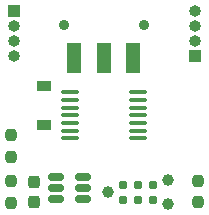
<source format=gbr>
%TF.GenerationSoftware,KiCad,Pcbnew,(6.0.0)*%
%TF.CreationDate,2022-01-30T23:08:43+01:00*%
%TF.ProjectId,TINYPLAY_PCB,54494e59-504c-4415-995f-5043422e6b69,rev?*%
%TF.SameCoordinates,Original*%
%TF.FileFunction,Soldermask,Top*%
%TF.FilePolarity,Negative*%
%FSLAX46Y46*%
G04 Gerber Fmt 4.6, Leading zero omitted, Abs format (unit mm)*
G04 Created by KiCad (PCBNEW (6.0.0)) date 2022-01-30 23:08:43*
%MOMM*%
%LPD*%
G01*
G04 APERTURE LIST*
G04 Aperture macros list*
%AMRoundRect*
0 Rectangle with rounded corners*
0 $1 Rounding radius*
0 $2 $3 $4 $5 $6 $7 $8 $9 X,Y pos of 4 corners*
0 Add a 4 corners polygon primitive as box body*
4,1,4,$2,$3,$4,$5,$6,$7,$8,$9,$2,$3,0*
0 Add four circle primitives for the rounded corners*
1,1,$1+$1,$2,$3*
1,1,$1+$1,$4,$5*
1,1,$1+$1,$6,$7*
1,1,$1+$1,$8,$9*
0 Add four rect primitives between the rounded corners*
20,1,$1+$1,$2,$3,$4,$5,0*
20,1,$1+$1,$4,$5,$6,$7,0*
20,1,$1+$1,$6,$7,$8,$9,0*
20,1,$1+$1,$8,$9,$2,$3,0*%
G04 Aperture macros list end*
%ADD10C,0.990600*%
%ADD11C,0.787400*%
%ADD12RoundRect,0.237500X-0.237500X0.250000X-0.237500X-0.250000X0.237500X-0.250000X0.237500X0.250000X0*%
%ADD13R,1.000000X1.000000*%
%ADD14O,1.000000X1.000000*%
%ADD15RoundRect,0.150000X0.512500X0.150000X-0.512500X0.150000X-0.512500X-0.150000X0.512500X-0.150000X0*%
%ADD16RoundRect,0.237500X0.237500X-0.250000X0.237500X0.250000X-0.237500X0.250000X-0.237500X-0.250000X0*%
%ADD17RoundRect,0.100000X-0.637500X-0.100000X0.637500X-0.100000X0.637500X0.100000X-0.637500X0.100000X0*%
%ADD18RoundRect,0.237500X0.237500X-0.300000X0.237500X0.300000X-0.237500X0.300000X-0.237500X-0.300000X0*%
%ADD19C,0.900000*%
%ADD20R,1.250000X2.500000*%
%ADD21R,1.200000X0.900000*%
G04 APERTURE END LIST*
D10*
%TO.C,J1*%
X94590000Y-44484000D03*
X89510000Y-45500000D03*
X94590000Y-46516000D03*
D11*
X90780000Y-46135000D03*
X90780000Y-44865000D03*
X92050000Y-46135000D03*
X92050000Y-44865000D03*
X93320000Y-46135000D03*
X93320000Y-44865000D03*
%TD*%
D12*
%TO.C,R2*%
X81300000Y-44587500D03*
X81300000Y-46412500D03*
%TD*%
D13*
%TO.C,J7*%
X96900000Y-34000000D03*
D14*
X96900000Y-32730000D03*
X96900000Y-31460000D03*
X96900000Y-30190000D03*
%TD*%
D15*
%TO.C,U1*%
X87437500Y-46100000D03*
X87437500Y-45150000D03*
X87437500Y-44200000D03*
X85162500Y-44200000D03*
X85162500Y-45150000D03*
X85162500Y-46100000D03*
%TD*%
D16*
%TO.C,R3*%
X81300000Y-42512500D03*
X81300000Y-40687500D03*
%TD*%
D17*
%TO.C,U2*%
X86337500Y-37050000D03*
X86337500Y-37700000D03*
X86337500Y-38350000D03*
X86337500Y-39000000D03*
X86337500Y-39650000D03*
X86337500Y-40300000D03*
X86337500Y-40950000D03*
X92062500Y-40950000D03*
X92062500Y-40300000D03*
X92062500Y-39650000D03*
X92062500Y-39000000D03*
X92062500Y-38350000D03*
X92062500Y-37700000D03*
X92062500Y-37050000D03*
%TD*%
D18*
%TO.C,C2*%
X83250000Y-46362500D03*
X83250000Y-44637500D03*
%TD*%
D13*
%TO.C,J6*%
X81600000Y-30200000D03*
D14*
X81600000Y-31470000D03*
X81600000Y-32740000D03*
X81600000Y-34010000D03*
%TD*%
D12*
%TO.C,R1*%
X97200000Y-44537500D03*
X97200000Y-46362500D03*
%TD*%
D19*
%TO.C,SW1*%
X92600000Y-31400000D03*
X85800000Y-31400000D03*
D20*
X91700000Y-34150000D03*
X89200000Y-34150000D03*
X86700000Y-34150000D03*
%TD*%
D21*
%TO.C,D1*%
X84100000Y-36550000D03*
X84100000Y-39850000D03*
%TD*%
M02*

</source>
